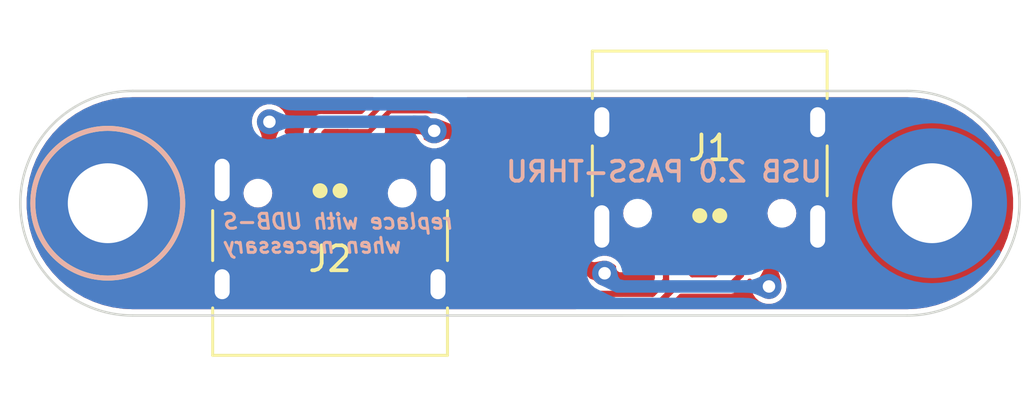
<source format=kicad_pcb>
(kicad_pcb (version 20221018) (generator pcbnew)
  (layers (0 "F.Cu" signal) (31 "B.Cu" signal) (34 "B.Paste" user) (35 "F.Paste" user) (36 "B.SilkS" user "B.Silkscreen") (37 "F.SilkS" user "F.Silkscreen") (38 "B.Mask" user) (39 "F.Mask" user) (44 "Edge.Cuts" user))
  (net 0 "")
  (net 1 "Net-(J1-CC1)")
  (net 2 "GND")
  (net 3 "VBUS")
  (net 8 "Net-(J1-CC2)")
  (net 9 "D-")
  (net 10 "D+")
  (footprint "MountingHole:MountingHole_3.2mm_M3_DIN965_Pad_TopBottom" (layer "F.Cu") (at 62.329 33.9635)
    (fp_text reference "H1" hide)
    (fp_text value "MountingHole" hide)
    (pad "1" thru_hole circle (at 0 0) (size 3.6 3.6) (drill 3.2) (layers "*.Cu" "*.Mask") (net 2 "GND"))
    (pad "1" connect circle (at 0 0) (size 6 6) (layers "F.Cu" "F.Mask") (net 2 "GND"))
    (pad "1" connect circle (at 0 0) (size 6 6) (layers "B.Cu" "B.Mask"))
  )
  (footprint "Connector_USB:USB_C_Receptacle_HRO_TYPE-C-31-M-12" (layer "F.Cu") (at 38.229 36.161)
    (fp_text reference "J2" (at -0.002 0.034) (layer "F.SilkS"))
    (fp_text value "USB_C_Receptacle_USB2.0")
    (fp_line (start -4.7 -1.9) (end -4.7 0.1) (stroke (width 0.12)) (layer "F.SilkS"))
    (fp_line (start -4.7 2) (end -4.7 3.9) (stroke (width 0.12)) (layer "F.SilkS"))
    (fp_line (start -4.7 3.9) (end 4.7 3.9) (stroke (width 0.12)) (layer "F.SilkS"))
    (fp_line (start 4.7 -1.9) (end 4.7 0.1) (stroke (width 0.12)) (layer "F.SilkS"))
    (fp_line (start 4.7 2) (end 4.7 3.9) (stroke (width 0.12)) (layer "F.SilkS"))
    (pad "" np_thru_hole circle (at -2.89 -2.6) (size 0.65 0.65) (drill 0.65) (layers "*.Cu" "*.Mask"))
    (pad "" np_thru_hole circle (at 2.89 -2.6) (size 0.65 0.65) (drill 0.65) (layers "*.Cu" "*.Mask"))
    (pad "A1" smd rect (at -3.25 -4.045) (size 0.6 1.45) (layers "F.Cu" "F.Paste" "F.Mask") (net 2 "GND"))
    (pad "A4" smd rect (at -2.45 -4.045) (size 0.6 1.45) (layers "F.Cu" "F.Paste" "F.Mask") (net 3 "VBUS"))
    (pad "A5" smd rect (at -1.25 -4.045) (size 0.3 1.45) (layers "F.Cu" "F.Paste" "F.Mask") (net 1 "Net-(J1-CC1)"))
    (pad "A6" smd rect (at -0.25 -4.045) (size 0.3 1.45) (layers "F.Cu" "F.Paste" "F.Mask") (net 9 "D-"))
    (pad "A7" smd rect (at 0.25 -4.045) (size 0.3 1.45) (layers "F.Cu" "F.Paste" "F.Mask") (net 10 "D+"))
    (pad "A8" smd rect (at 1.25 -4.045) (size 0.3 1.45) (layers "F.Cu" "F.Paste" "F.Mask"))
    (pad "A9" smd rect (at 2.45 -4.045) (size 0.6 1.45) (layers "F.Cu" "F.Paste" "F.Mask") (net 3 "VBUS"))
    (pad "A12" smd rect (at 3.25 -4.045) (size 0.6 1.45) (layers "F.Cu" "F.Paste" "F.Mask") (net 2 "GND"))
    (pad "B1" smd rect (at 3.25 -4.045) (size 0.6 1.45) (layers "F.Cu" "F.Paste" "F.Mask") (net 2 "GND"))
    (pad "B4" smd rect (at 2.45 -4.045) (size 0.6 1.45) (layers "F.Cu" "F.Paste" "F.Mask") (net 3 "VBUS"))
    (pad "B5" smd rect (at 1.75 -4.045) (size 0.3 1.45) (layers "F.Cu" "F.Paste" "F.Mask") (net 8 "Net-(J1-CC2)"))
    (pad "B6" smd rect (at 0.75 -4.045) (size 0.3 1.45) (layers "F.Cu" "F.Paste" "F.Mask") (net 9 "D-"))
    (pad "B7" smd rect (at -0.75 -4.045) (size 0.3 1.45) (layers "F.Cu" "F.Paste" "F.Mask") (net 10 "D+"))
    (pad "B8" smd rect (at -1.75 -4.045) (size 0.3 1.45) (layers "F.Cu" "F.Paste" "F.Mask"))
    (pad "B9" smd rect (at -2.45 -4.045) (size 0.6 1.45) (layers "F.Cu" "F.Paste" "F.Mask") (net 3 "VBUS"))
    (pad "B12" smd rect (at -3.25 -4.045) (size 0.6 1.45) (layers "F.Cu" "F.Paste" "F.Mask") (net 2 "GND"))
    (pad "S1" thru_hole oval (at -4.32 -3.13) (size 1 2.1) (drill oval 0.6 1.7) (layers "*.Cu" "*.Mask") (net 2 "GND"))
    (pad "S1" thru_hole oval (at -4.32 1.05) (size 1 1.6) (drill oval 0.6 1.2) (layers "*.Cu" "*.Mask") (net 2 "GND"))
    (pad "S1" thru_hole oval (at 4.32 -3.13) (size 1 2.1) (drill oval 0.6 1.7) (layers "*.Cu" "*.Mask") (net 2 "GND"))
    (pad "S1" thru_hole oval (at 4.32 1.05) (size 1 1.6) (drill oval 0.6 1.2) (layers "*.Cu" "*.Mask") (net 2 "GND"))
  )
  (footprint "Connector_USB:USB_C_Receptacle_HRO_TYPE-C-31-M-12" (layer "F.Cu") (at 53.429 31.766 180)
    (fp_text reference "J1" (at 0 0.016) (layer "F.SilkS"))
    (fp_text value "USB_C_Receptacle_USB2.0")
    (fp_line (start -4.7 -1.9) (end -4.7 0.1) (stroke (width 0.12)) (layer "F.SilkS"))
    (fp_line (start -4.7 2) (end -4.7 3.9) (stroke (width 0.12)) (layer "F.SilkS"))
    (fp_line (start -4.7 3.9) (end 4.7 3.9) (stroke (width 0.12)) (layer "F.SilkS"))
    (fp_line (start 4.7 -1.9) (end 4.7 0.1) (stroke (width 0.12)) (layer "F.SilkS"))
    (fp_line (start 4.7 2) (end 4.7 3.9) (stroke (width 0.12)) (layer "F.SilkS"))
    (pad "" np_thru_hole circle (at -2.89 -2.6 180) (size 0.65 0.65) (drill 0.65) (layers "*.Cu" "*.Mask"))
    (pad "" np_thru_hole circle (at 2.89 -2.6 180) (size 0.65 0.65) (drill 0.65) (layers "*.Cu" "*.Mask"))
    (pad "A1" smd rect (at -3.25 -4.045 180) (size 0.6 1.45) (layers "F.Cu" "F.Paste" "F.Mask") (net 2 "GND"))
    (pad "A4" smd rect (at -2.45 -4.045 180) (size 0.6 1.45) (layers "F.Cu" "F.Paste" "F.Mask") (net 3 "VBUS"))
    (pad "A5" smd rect (at -1.25 -4.045 180) (size 0.3 1.45) (layers "F.Cu" "F.Paste" "F.Mask") (net 1 "Net-(J1-CC1)"))
    (pad "A6" smd rect (at -0.25 -4.045 180) (size 0.3 1.45) (layers "F.Cu" "F.Paste" "F.Mask") (net 9 "D-"))
    (pad "A7" smd rect (at 0.25 -4.045 180) (size 0.3 1.45) (layers "F.Cu" "F.Paste" "F.Mask") (net 10 "D+"))
    (pad "A8" smd rect (at 1.25 -4.045 180) (size 0.3 1.45) (layers "F.Cu" "F.Paste" "F.Mask"))
    (pad "A9" smd rect (at 2.45 -4.045 180) (size 0.6 1.45) (layers "F.Cu" "F.Paste" "F.Mask") (net 3 "VBUS"))
    (pad "A12" smd rect (at 3.25 -4.045 180) (size 0.6 1.45) (layers "F.Cu" "F.Paste" "F.Mask") (net 2 "GND"))
    (pad "B1" smd rect (at 3.25 -4.045 180) (size 0.6 1.45) (layers "F.Cu" "F.Paste" "F.Mask") (net 2 "GND"))
    (pad "B4" smd rect (at 2.45 -4.045 180) (size 0.6 1.45) (layers "F.Cu" "F.Paste" "F.Mask") (net 3 "VBUS"))
    (pad "B5" smd rect (at 1.75 -4.045 180) (size 0.3 1.45) (layers "F.Cu" "F.Paste" "F.Mask") (net 8 "Net-(J1-CC2)"))
    (pad "B6" smd rect (at 0.75 -4.045 180) (size 0.3 1.45) (layers "F.Cu" "F.Paste" "F.Mask") (net 9 "D-"))
    (pad "B7" smd rect (at -0.75 -4.045 180) (size 0.3 1.45) (layers "F.Cu" "F.Paste" "F.Mask") (net 10 "D+"))
    (pad "B8" smd rect (at -1.75 -4.045 180) (size 0.3 1.45) (layers "F.Cu" "F.Paste" "F.Mask"))
    (pad "B9" smd rect (at -2.45 -4.045 180) (size 0.6 1.45) (layers "F.Cu" "F.Paste" "F.Mask") (net 3 "VBUS"))
    (pad "B12" smd rect (at -3.25 -4.045 180) (size 0.6 1.45) (layers "F.Cu" "F.Paste" "F.Mask") (net 2 "GND"))
    (pad "S1" thru_hole oval (at -4.32 -3.13 180) (size 1 2.1) (drill oval 0.6 1.7) (layers "*.Cu" "*.Mask") (net 2 "GND"))
    (pad "S1" thru_hole oval (at -4.32 1.05 180) (size 1 1.6) (drill oval 0.6 1.2) (layers "*.Cu" "*.Mask") (net 2 "GND"))
    (pad "S1" thru_hole oval (at 4.32 -3.13 180) (size 1 2.1) (drill oval 0.6 1.7) (layers "*.Cu" "*.Mask") (net 2 "GND"))
    (pad "S1" thru_hole oval (at 4.32 1.05 180) (size 1 1.6) (drill oval 0.6 1.2) (layers "*.Cu" "*.Mask") (net 2 "GND"))
  )
  (footprint "MountingHole:MountingHole_3.2mm_M3_DIN965_Pad_TopOnly" (layer "F.Cu") (at 29.329 33.9635 180)
    (fp_text reference "H2" hide)
    (fp_text value "MountingHole" hide)
    (pad "1" thru_hole circle (at 0 0 180) (size 6 6) (drill 3.2) (layers "*.Cu") (net 2 "GND"))
  )
  (gr_circle (center 29.329 33.9635) (end 32.329 33.9635) (stroke (width 0.2)) (fill none) (layer "B.SilkS"))
  (gr_circle (center 53.029 34.4635) (end 53.229 34.4635) (stroke (width 0.2)) (fill solid) (layer "F.SilkS"))
  (gr_circle (center 53.829 34.4635) (end 54.029 34.4635) (stroke (width 0.2)) (fill solid) (layer "F.SilkS"))
  (gr_circle (center 38.629 33.4635) (end 38.429 33.4635) (stroke (width 0.2)) (fill solid) (layer "F.SilkS"))
  (gr_circle (center 37.829 33.4635) (end 37.629 33.4635) (stroke (width 0.2)) (fill solid) (layer "F.SilkS"))
  (gr_circle (center 29.329 33.9635) (end 32.329 33.9635) (stroke (width 0.2)) (fill none) (layer "F.SilkS"))
  (gr_line (start 30.329 38.463501) (end 61.329 38.4635) (stroke (width 0.1)) (layer "Edge.Cuts"))
  (gr_arc (start 61.329 29.4635) (mid 65.829006 33.9635) (end 61.329 38.4635) (stroke (width 0.1)) (layer "Edge.Cuts"))
  (gr_line (start 61.329 29.4635) (end 30.329 29.463499) (stroke (width 0.1)) (layer "Edge.Cuts"))
  (gr_arc (start 30.329 38.463501) (mid 25.828999 33.9635) (end 30.329 29.463499) (stroke (width 0.1)) (layer "Edge.Cuts"))
  (gr_text "replace with UDB-S\nwhen necessary\n" (at 33.909 35.179) (layer "B.SilkS") (effects (font (size 0.6 0.6) (thickness 0.12) bold italic) (justify right mirror)))
  (gr_text "USB 2.0 PASS-THRU" (at 58 32.7) (layer "B.SilkS") (effects (font (size 0.8 0.8) (thickness 0.15) bold) (justify left mirror)))
  (segment (start 48.596933 38.046501) (end 51.318068 38.046501) (width 0.25) (layer "F.Cu") (net 1))
  (segment (start 54.254 37.261) (end 54.679 36.836) (width 0.25) (layer "F.Cu") (net 1))
  (segment (start 54.679 36.836) (end 54.679 35.811) (width 0.25) (layer "F.Cu") (net 1))
  (segment (start 37.35296 33.566) (end 39.497655 33.566) (width 0.25) (layer "F.Cu") (net 1))
  (segment (start 40.787655 34.856) (end 44.163791 34.856) (width 0.25) (layer "F.Cu") (net 1))
  (segment (start 36.979 33.19204) (end 37.35296 33.566) (width 0.25) (layer "F.Cu") (net 1))
  (segment (start 36.979 32.116) (end 36.979 33.19204) (width 0.25) (layer "F.Cu") (net 1))
  (segment (start 51.318068 38.046501) (end 52.103569 37.261) (width 0.25) (layer "F.Cu") (net 1))
  (segment (start 39.497655 33.566) (end 40.787655 34.856) (width 0.25) (layer "F.Cu") (net 1))
  (segment (start 52.103569 37.261) (end 54.254 37.261) (width 0.25) (layer "F.Cu") (net 1))
  (segment (start 46.285112 35.73468) (end 48.596933 38.046501) (width 0.25) (layer "F.Cu") (net 1))
  (arc (start 46.285112 35.73468) (mid 45.311842 35.084361) (end 44.163791 34.856) (width 0.25) (layer "F.Cu") (net 1))
  (segment (start 40.729 30.941) (end 42.275068 30.941) (width 0.5) (layer "F.Cu") (net 3))
  (segment (start 40.679 32.116) (end 40.679 30.991) (width 0.5) (layer "F.Cu") (net 3))
  (segment (start 55.879 35.811) (end 55.879 37.221) (width 0.5) (layer "F.Cu") (net 3))
  (segment (start 50.979 35.811) (end 50.979 36.936) (width 0.5) (layer "F.Cu") (net 3))
  (segment (start 50.929 36.986) (end 49.434833 36.986) (width 0.5) (layer "F.Cu") (net 3))
  (segment (start 50.979 36.936) (end 50.929 36.986) (width 0.5) (layer "F.Cu") (net 3))
  (segment (start 40.679 30.991) (end 40.729 30.941) (width 0.5) (layer "F.Cu") (net 3))
  (segment (start 35.779 30.721) (end 35.8 30.7) (width 0.5) (layer "F.Cu") (net 3))
  (segment (start 49.434833 36.986) (end 49.220334 36.771501) (width 0.5) (layer "F.Cu") (net 3))
  (segment (start 42.396567 31.062499) (end 43.062499 31.062499) (width 0.5) (layer "F.Cu") (net 3))
  (segment (start 43.062499 31.062499) (end 48.771501 36.771501) (width 0.5) (layer "F.Cu") (net 3))
  (segment (start 55.879 37.221) (end 55.8 37.3) (width 0.5) (layer "F.Cu") (net 3))
  (segment (start 35.779 32.116) (end 35.779 30.721) (width 0.5) (layer "F.Cu") (net 3))
  (segment (start 48.771501 36.771501) (end 49.220334 36.771501) (width 0.5) (layer "F.Cu") (net 3))
  (segment (start 42.275068 30.941) (end 42.396567 31.062499) (width 0.5) (layer "F.Cu") (net 3))
  (via (at 42.396567 31.062499) (size 1) (drill 0.5) (layers "F.Cu" "B.Cu") (net 3))
  (via (at 49.220334 36.771501) (size 1) (drill 0.5) (layers "F.Cu" "B.Cu") (net 3))
  (via (at 35.8 30.7) (size 1) (drill 0.5) (layers "F.Cu" "B.Cu") (net 3))
  (via (at 55.8 37.3) (size 1) (drill 0.5) (layers "F.Cu" "B.Cu") (net 3))
  (segment (start 42.034068 30.7) (end 42.396567 31.062499) (width 0.5) (layer "B.Cu") (net 3))
  (segment (start 55.8 37.3) (end 49.748833 37.3) (width 0.5) (layer "B.Cu") (net 3))
  (segment (start 49.748833 37.3) (end 49.220334 36.771501) (width 0.5) (layer "B.Cu") (net 3))
  (segment (start 35.8 30.7) (end 42.034068 30.7) (width 0.5) (layer "B.Cu") (net 3))
  (segment (start 39.979 33.410949) (end 40.974051 34.406) (width 0.25) (layer "F.Cu") (net 8))
  (segment (start 51.679 37.049173) (end 51.679 35.811) (width 0.25) (layer "F.Cu") (net 8))
  (segment (start 48.783329 37.596501) (end 51.131672 37.596501) (width 0.25) (layer "F.Cu") (net 8))
  (segment (start 46.471508 35.28468) (end 48.783329 37.596501) (width 0.25) (layer "F.Cu") (net 8))
  (segment (start 40.974051 34.406) (end 44.350187 34.406) (width 0.25) (layer "F.Cu") (net 8))
  (segment (start 51.131672 37.596501) (end 51.679 37.049173) (width 0.25) (layer "F.Cu") (net 8))
  (segment (start 39.979 32.116) (end 39.979 33.410949) (width 0.25) (layer "F.Cu") (net 8))
  (arc (start 44.350187 34.406) (mid 45.498238 34.634362) (end 46.471508 35.28468) (width 0.25) (layer "F.Cu") (net 8))
  (segment (start 53.629 36.836) (end 53.679 36.786) (width 0.2) (layer "F.Cu") (net 9))
  (segment (start 50.627594 33.5) (end 51.913594 34.786) (width 0.2) (layer "F.Cu") (net 9))
  (segment (start 45.399139 32.621321) (end 45.519792 32.73875) (width 0.2) (layer "F.Cu") (net 9))
  (segment (start 52.679 35.811) (end 52.679 36.786) (width 0.2) (layer "F.Cu") (net 9))
  (segment (start 46.371472 33.273909) (end 46.689274 33.385117) (width 0.2) (layer "F.Cu") (net 9))
  (segment (start 52.629 34.786) (end 52.679 34.836) (width 0.2) (layer "F.Cu") (net 9))
  (segment (start 52.679 34.836) (end 52.679 35.811) (width 0.2) (layer "F.Cu") (net 9))
  (segment (start 38.979 31.141) (end 38.929 31.091) (width 0.2) (layer "F.Cu") (net 9))
  (segment (start 38.029 31.091) (end 37.979 31.141) (width 0.2) (layer "F.Cu") (net 9))
  (segment (start 38.979 32.116) (end 38.979 31.141) (width 0.2) (layer "F.Cu") (net 9))
  (segment (start 52.729 36.836) (end 53.629 36.836) (width 0.2) (layer "F.Cu") (net 9))
  (segment (start 52.679 36.786) (end 52.729 36.836) (width 0.2) (layer "F.Cu") (net 9))
  (segment (start 45.519792 32.73875) (end 45.783031 32.94868) (width 0.2) (layer "F.Cu") (net 9))
  (segment (start 38.929 31.091) (end 38.029 31.091) (width 0.2) (layer "F.Cu") (net 9))
  (segment (start 39.801182 31.091) (end 40.629183 30.262999) (width 0.2) (layer "F.Cu") (net 9))
  (segment (start 51.913594 34.786) (end 52.629 34.786) (width 0.2) (layer "F.Cu") (net 9))
  (segment (start 46.689274 33.385117) (end 47.01753 33.460043) (width 0.2) (layer "F.Cu") (net 9))
  (segment (start 40.629183 30.262999) (end 43.040817 30.262999) (width 0.2) (layer "F.Cu") (net 9))
  (segment (start 45.783031 32.94868) (end 46.068119 33.127817) (width 0.2) (layer "F.Cu") (net 9))
  (segment (start 47.520459 33.5) (end 50.627594 33.5) (width 0.2) (layer "F.Cu") (net 9))
  (segment (start 47.01753 33.460043) (end 47.35211 33.497746) (width 0.2) (layer "F.Cu") (net 9))
  (segment (start 47.35211 33.497746) (end 47.520459 33.5) (width 0.2) (layer "F.Cu") (net 9))
  (segment (start 38.029 31.091) (end 39.801182 31.091) (width 0.2) (layer "F.Cu") (net 9))
  (segment (start 46.068119 33.127817) (end 46.371472 33.273909) (width 0.2) (layer "F.Cu") (net 9))
  (segment (start 37.979 31.141) (end 37.979 32.116) (width 0.2) (layer "F.Cu") (net 9))
  (segment (start 43.040817 30.262999) (end 45.399139 32.621321) (width 0.2) (layer "F.Cu") (net 9))
  (segment (start 53.679 36.786) (end 53.679 35.811) (width 0.2) (layer "F.Cu") (net 9))
  (segment (start 37.863315 30.691) (end 39.635496 30.691) (width 0.2) (layer "F.Cu") (net 10))
  (segment (start 53.179 34.836) (end 53.179 35.811) (width 0.2) (layer "F.Cu") (net 10))
  (segment (start 52.794686 34.386) (end 53.179 34.770314) (width 0.2) (layer "F.Cu") (net 10))
  (segment (start 46.85494 32.985165) (end 47.183204 33.060085) (width 0.2) (layer "F.Cu") (net 10))
  (segment (start 46.233766 32.727876) (end 46.537129 32.873963) (width 0.2) (layer "F.Cu") (net 10))
  (segment (start 53.179 34.770314) (end 53.179 35.811) (width 0.2) (layer "F.Cu") (net 10))
  (segment (start 37.479 32.116) (end 37.479 31.075315) (width 0.2) (layer "F.Cu") (net 10))
  (segment (start 53.229 34.786) (end 53.179 34.836) (width 0.2) (layer "F.Cu") (net 10))
  (segment (start 38.479 33.091) (end 38.479 32.116) (width 0.2) (layer "F.Cu") (net 10))
  (segment (start 47.183204 33.060085) (end 47.517793 33.097779) (width 0.2) (layer "F.Cu") (net 10))
  (segment (start 38.429 33.141) (end 38.479 33.091) (width 0.2) (layer "F.Cu") (net 10))
  (segment (start 37.479 32.116) (end 37.479 33.091) (width 0.2) (layer "F.Cu") (net 10))
  (segment (start 52.07928 34.386) (end 52.794686 34.386) (width 0.2) (layer "F.Cu") (net 10))
  (segment (start 46.537129 32.873963) (end 46.85494 32.985165) (width 0.2) (layer "F.Cu") (net 10))
  (segment (start 47.517793 33.097779) (end 47.686145 33.1) (width 0.2) (layer "F.Cu") (net 10))
  (segment (start 45.685419 32.338813) (end 45.948668 32.548742) (width 0.2) (layer "F.Cu") (net 10))
  (segment (start 50.79328 33.1) (end 52.07928 34.386) (width 0.2) (layer "F.Cu") (net 10))
  (segment (start 54.179 34.836) (end 54.129 34.786) (width 0.2) (layer "F.Cu") (net 10))
  (segment (start 45.564825 32.221321) (end 45.685419 32.338813) (width 0.2) (layer "F.Cu") (net 10))
  (segment (start 54.179 35.811) (end 54.179 34.836) (width 0.2) (layer "F.Cu") (net 10))
  (segment (start 40.463498 29.862999) (end 43.206503 29.862999) (width 0.2) (layer "F.Cu") (net 10))
  (segment (start 39.635496 30.691) (end 40.463498 29.862999) (width 0.2) (layer "F.Cu") (net 10))
  (segment (start 54.129 34.786) (end 53.229 34.786) (width 0.2) (layer "F.Cu") (net 10))
  (segment (start 37.479 33.091) (end 37.529 33.141) (width 0.2) (layer "F.Cu") (net 10))
  (segment (start 43.206503 29.862999) (end 45.564825 32.221321) (width 0.2) (layer "F.Cu") (net 10))
  (segment (start 47.686145 33.1) (end 50.79328 33.1) (width 0.2) (layer "F.Cu") (net 10))
  (segment (start 45.948668 32.548742) (end 46.233766 32.727876) (width 0.2) (layer "F.Cu") (net 10))
  (segment (start 37.529 33.141) (end 38.429 33.141) (width 0.2) (layer "F.Cu") (net 10))
  (segment (start 37.479 31.075315) (end 37.863315 30.691) (width 0.2) (layer "F.Cu") (net 10))
  (zone (net 2) (net_name "GND") (layers "F&B.Cu") (connect_pads yes (clearance 0.2)) (min_thickness 0.2) (fill yes (thermal_gap 0.25) (thermal_bridge_width 0.25))
    (polygon (pts (xy 66.014375 38.853646) (xy 25.014376 38.931145) (xy 25.014376 28.931146) (xy 66.014375 28.853643)))
  )
)
</source>
